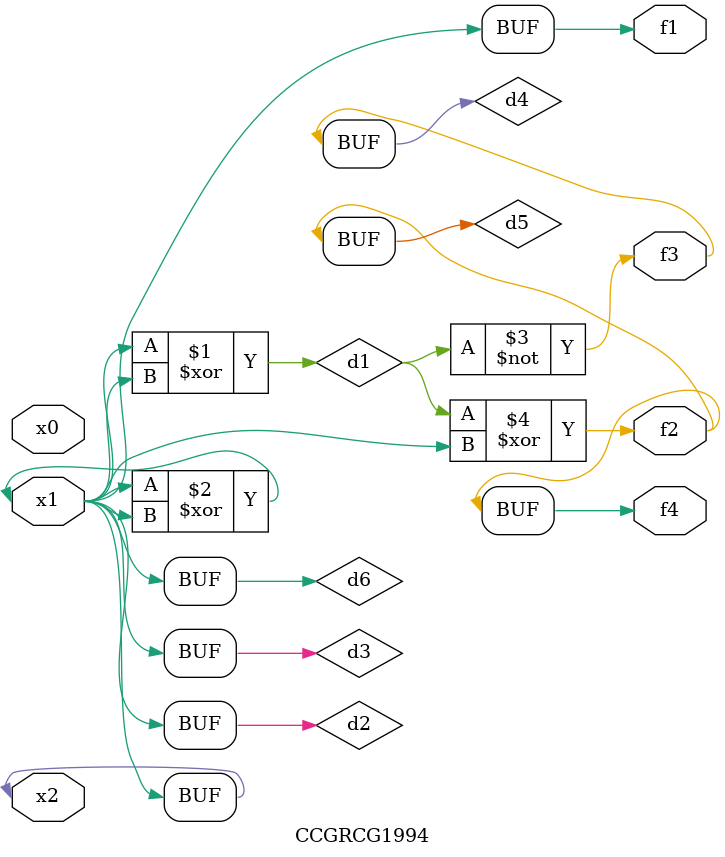
<source format=v>
module CCGRCG1994(
	input x0, x1, x2,
	output f1, f2, f3, f4
);

	wire d1, d2, d3, d4, d5, d6;

	xor (d1, x1, x2);
	buf (d2, x1, x2);
	xor (d3, x1, x2);
	nor (d4, d1);
	xor (d5, d1, d2);
	buf (d6, d2, d3);
	assign f1 = d6;
	assign f2 = d5;
	assign f3 = d4;
	assign f4 = d5;
endmodule

</source>
